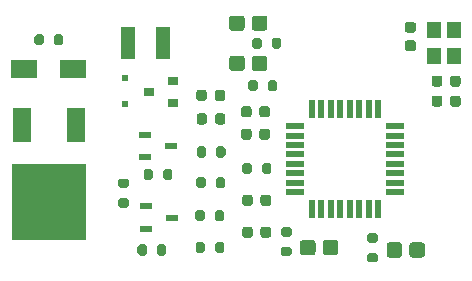
<source format=gbr>
G04 #@! TF.GenerationSoftware,KiCad,Pcbnew,(5.1.12)-1*
G04 #@! TF.CreationDate,2021-12-08T09:26:21+00:00*
G04 #@! TF.ProjectId,LightMinderSMD,4c696768-744d-4696-9e64-6572534d442e,rev?*
G04 #@! TF.SameCoordinates,Original*
G04 #@! TF.FileFunction,Paste,Top*
G04 #@! TF.FilePolarity,Positive*
%FSLAX46Y46*%
G04 Gerber Fmt 4.6, Leading zero omitted, Abs format (unit mm)*
G04 Created by KiCad (PCBNEW (5.1.12)-1) date 2021-12-08 09:26:21*
%MOMM*%
%LPD*%
G01*
G04 APERTURE LIST*
%ADD10R,1.500000X2.900000*%
%ADD11R,6.300000X6.500000*%
%ADD12R,0.900000X0.800000*%
%ADD13R,1.100000X0.600000*%
%ADD14R,1.180000X2.810000*%
%ADD15R,2.200000X1.550000*%
%ADD16R,1.200000X1.400000*%
%ADD17R,0.500000X0.500000*%
%ADD18R,0.550000X1.600000*%
%ADD19R,1.600000X0.550000*%
G04 APERTURE END LIST*
G36*
G01*
X126025000Y-92725000D02*
X126575000Y-92725000D01*
G75*
G02*
X126775000Y-92925000I0J-200000D01*
G01*
X126775000Y-93325000D01*
G75*
G02*
X126575000Y-93525000I-200000J0D01*
G01*
X126025000Y-93525000D01*
G75*
G02*
X125825000Y-93325000I0J200000D01*
G01*
X125825000Y-92925000D01*
G75*
G02*
X126025000Y-92725000I200000J0D01*
G01*
G37*
G36*
G01*
X126025000Y-91075000D02*
X126575000Y-91075000D01*
G75*
G02*
X126775000Y-91275000I0J-200000D01*
G01*
X126775000Y-91675000D01*
G75*
G02*
X126575000Y-91875000I-200000J0D01*
G01*
X126025000Y-91875000D01*
G75*
G02*
X125825000Y-91675000I0J200000D01*
G01*
X125825000Y-91275000D01*
G75*
G02*
X126025000Y-91075000I200000J0D01*
G01*
G37*
G36*
G01*
X123450000Y-91250000D02*
X123450000Y-91750000D01*
G75*
G02*
X123225000Y-91975000I-225000J0D01*
G01*
X122775000Y-91975000D01*
G75*
G02*
X122550000Y-91750000I0J225000D01*
G01*
X122550000Y-91250000D01*
G75*
G02*
X122775000Y-91025000I225000J0D01*
G01*
X123225000Y-91025000D01*
G75*
G02*
X123450000Y-91250000I0J-225000D01*
G01*
G37*
G36*
G01*
X125000000Y-91250000D02*
X125000000Y-91750000D01*
G75*
G02*
X124775000Y-91975000I-225000J0D01*
G01*
X124325000Y-91975000D01*
G75*
G02*
X124100000Y-91750000I0J225000D01*
G01*
X124100000Y-91250000D01*
G75*
G02*
X124325000Y-91025000I225000J0D01*
G01*
X124775000Y-91025000D01*
G75*
G02*
X125000000Y-91250000I0J-225000D01*
G01*
G37*
G36*
G01*
X123350000Y-82950000D02*
X123350000Y-83450000D01*
G75*
G02*
X123125000Y-83675000I-225000J0D01*
G01*
X122675000Y-83675000D01*
G75*
G02*
X122450000Y-83450000I0J225000D01*
G01*
X122450000Y-82950000D01*
G75*
G02*
X122675000Y-82725000I225000J0D01*
G01*
X123125000Y-82725000D01*
G75*
G02*
X123350000Y-82950000I0J-225000D01*
G01*
G37*
G36*
G01*
X124900000Y-82950000D02*
X124900000Y-83450000D01*
G75*
G02*
X124675000Y-83675000I-225000J0D01*
G01*
X124225000Y-83675000D01*
G75*
G02*
X124000000Y-83450000I0J225000D01*
G01*
X124000000Y-82950000D01*
G75*
G02*
X124225000Y-82725000I225000J0D01*
G01*
X124675000Y-82725000D01*
G75*
G02*
X124900000Y-82950000I0J-225000D01*
G01*
G37*
G36*
G01*
X140150000Y-78950000D02*
X140150000Y-78450000D01*
G75*
G02*
X140375000Y-78225000I225000J0D01*
G01*
X140825000Y-78225000D01*
G75*
G02*
X141050000Y-78450000I0J-225000D01*
G01*
X141050000Y-78950000D01*
G75*
G02*
X140825000Y-79175000I-225000J0D01*
G01*
X140375000Y-79175000D01*
G75*
G02*
X140150000Y-78950000I0J225000D01*
G01*
G37*
G36*
G01*
X138600000Y-78950000D02*
X138600000Y-78450000D01*
G75*
G02*
X138825000Y-78225000I225000J0D01*
G01*
X139275000Y-78225000D01*
G75*
G02*
X139500000Y-78450000I0J-225000D01*
G01*
X139500000Y-78950000D01*
G75*
G02*
X139275000Y-79175000I-225000J0D01*
G01*
X138825000Y-79175000D01*
G75*
G02*
X138600000Y-78950000I0J225000D01*
G01*
G37*
G36*
G01*
X137050000Y-74600000D02*
X136550000Y-74600000D01*
G75*
G02*
X136325000Y-74375000I0J225000D01*
G01*
X136325000Y-73925000D01*
G75*
G02*
X136550000Y-73700000I225000J0D01*
G01*
X137050000Y-73700000D01*
G75*
G02*
X137275000Y-73925000I0J-225000D01*
G01*
X137275000Y-74375000D01*
G75*
G02*
X137050000Y-74600000I-225000J0D01*
G01*
G37*
G36*
G01*
X137050000Y-76150000D02*
X136550000Y-76150000D01*
G75*
G02*
X136325000Y-75925000I0J225000D01*
G01*
X136325000Y-75475000D01*
G75*
G02*
X136550000Y-75250000I225000J0D01*
G01*
X137050000Y-75250000D01*
G75*
G02*
X137275000Y-75475000I0J-225000D01*
G01*
X137275000Y-75925000D01*
G75*
G02*
X137050000Y-76150000I-225000J0D01*
G01*
G37*
G36*
G01*
X123450000Y-88550000D02*
X123450000Y-89050000D01*
G75*
G02*
X123225000Y-89275000I-225000J0D01*
G01*
X122775000Y-89275000D01*
G75*
G02*
X122550000Y-89050000I0J225000D01*
G01*
X122550000Y-88550000D01*
G75*
G02*
X122775000Y-88325000I225000J0D01*
G01*
X123225000Y-88325000D01*
G75*
G02*
X123450000Y-88550000I0J-225000D01*
G01*
G37*
G36*
G01*
X125000000Y-88550000D02*
X125000000Y-89050000D01*
G75*
G02*
X124775000Y-89275000I-225000J0D01*
G01*
X124325000Y-89275000D01*
G75*
G02*
X124100000Y-89050000I0J225000D01*
G01*
X124100000Y-88550000D01*
G75*
G02*
X124325000Y-88325000I225000J0D01*
G01*
X124775000Y-88325000D01*
G75*
G02*
X125000000Y-88550000I0J-225000D01*
G01*
G37*
G36*
G01*
X123350000Y-81050000D02*
X123350000Y-81550000D01*
G75*
G02*
X123125000Y-81775000I-225000J0D01*
G01*
X122675000Y-81775000D01*
G75*
G02*
X122450000Y-81550000I0J225000D01*
G01*
X122450000Y-81050000D01*
G75*
G02*
X122675000Y-80825000I225000J0D01*
G01*
X123125000Y-80825000D01*
G75*
G02*
X123350000Y-81050000I0J-225000D01*
G01*
G37*
G36*
G01*
X124900000Y-81050000D02*
X124900000Y-81550000D01*
G75*
G02*
X124675000Y-81775000I-225000J0D01*
G01*
X124225000Y-81775000D01*
G75*
G02*
X124000000Y-81550000I0J225000D01*
G01*
X124000000Y-81050000D01*
G75*
G02*
X124225000Y-80825000I225000J0D01*
G01*
X124675000Y-80825000D01*
G75*
G02*
X124900000Y-81050000I0J-225000D01*
G01*
G37*
G36*
G01*
X140150000Y-80650000D02*
X140150000Y-80150000D01*
G75*
G02*
X140375000Y-79925000I225000J0D01*
G01*
X140825000Y-79925000D01*
G75*
G02*
X141050000Y-80150000I0J-225000D01*
G01*
X141050000Y-80650000D01*
G75*
G02*
X140825000Y-80875000I-225000J0D01*
G01*
X140375000Y-80875000D01*
G75*
G02*
X140150000Y-80650000I0J225000D01*
G01*
G37*
G36*
G01*
X138600000Y-80650000D02*
X138600000Y-80150000D01*
G75*
G02*
X138825000Y-79925000I225000J0D01*
G01*
X139275000Y-79925000D01*
G75*
G02*
X139500000Y-80150000I0J-225000D01*
G01*
X139500000Y-80650000D01*
G75*
G02*
X139275000Y-80875000I-225000J0D01*
G01*
X138825000Y-80875000D01*
G75*
G02*
X138600000Y-80650000I0J225000D01*
G01*
G37*
G36*
G01*
X106615000Y-75475000D02*
X106615000Y-74925000D01*
G75*
G02*
X106815000Y-74725000I200000J0D01*
G01*
X107215000Y-74725000D01*
G75*
G02*
X107415000Y-74925000I0J-200000D01*
G01*
X107415000Y-75475000D01*
G75*
G02*
X107215000Y-75675000I-200000J0D01*
G01*
X106815000Y-75675000D01*
G75*
G02*
X106615000Y-75475000I0J200000D01*
G01*
G37*
G36*
G01*
X104965000Y-75475000D02*
X104965000Y-74925000D01*
G75*
G02*
X105165000Y-74725000I200000J0D01*
G01*
X105565000Y-74725000D01*
G75*
G02*
X105765000Y-74925000I0J-200000D01*
G01*
X105765000Y-75475000D01*
G75*
G02*
X105565000Y-75675000I-200000J0D01*
G01*
X105165000Y-75675000D01*
G75*
G02*
X104965000Y-75475000I0J200000D01*
G01*
G37*
G36*
G01*
X115000000Y-86325000D02*
X115000000Y-86875000D01*
G75*
G02*
X114800000Y-87075000I-200000J0D01*
G01*
X114400000Y-87075000D01*
G75*
G02*
X114200000Y-86875000I0J200000D01*
G01*
X114200000Y-86325000D01*
G75*
G02*
X114400000Y-86125000I200000J0D01*
G01*
X114800000Y-86125000D01*
G75*
G02*
X115000000Y-86325000I0J-200000D01*
G01*
G37*
G36*
G01*
X116650000Y-86325000D02*
X116650000Y-86875000D01*
G75*
G02*
X116450000Y-87075000I-200000J0D01*
G01*
X116050000Y-87075000D01*
G75*
G02*
X115850000Y-86875000I0J200000D01*
G01*
X115850000Y-86325000D01*
G75*
G02*
X116050000Y-86125000I200000J0D01*
G01*
X116450000Y-86125000D01*
G75*
G02*
X116650000Y-86325000I0J-200000D01*
G01*
G37*
G36*
G01*
X115325000Y-93275000D02*
X115325000Y-92725000D01*
G75*
G02*
X115525000Y-92525000I200000J0D01*
G01*
X115925000Y-92525000D01*
G75*
G02*
X116125000Y-92725000I0J-200000D01*
G01*
X116125000Y-93275000D01*
G75*
G02*
X115925000Y-93475000I-200000J0D01*
G01*
X115525000Y-93475000D01*
G75*
G02*
X115325000Y-93275000I0J200000D01*
G01*
G37*
G36*
G01*
X113675000Y-93275000D02*
X113675000Y-92725000D01*
G75*
G02*
X113875000Y-92525000I200000J0D01*
G01*
X114275000Y-92525000D01*
G75*
G02*
X114475000Y-92725000I0J-200000D01*
G01*
X114475000Y-93275000D01*
G75*
G02*
X114275000Y-93475000I-200000J0D01*
G01*
X113875000Y-93475000D01*
G75*
G02*
X113675000Y-93275000I0J200000D01*
G01*
G37*
G36*
G01*
X112225000Y-88600000D02*
X112775000Y-88600000D01*
G75*
G02*
X112975000Y-88800000I0J-200000D01*
G01*
X112975000Y-89200000D01*
G75*
G02*
X112775000Y-89400000I-200000J0D01*
G01*
X112225000Y-89400000D01*
G75*
G02*
X112025000Y-89200000I0J200000D01*
G01*
X112025000Y-88800000D01*
G75*
G02*
X112225000Y-88600000I200000J0D01*
G01*
G37*
G36*
G01*
X112225000Y-86950000D02*
X112775000Y-86950000D01*
G75*
G02*
X112975000Y-87150000I0J-200000D01*
G01*
X112975000Y-87550000D01*
G75*
G02*
X112775000Y-87750000I-200000J0D01*
G01*
X112225000Y-87750000D01*
G75*
G02*
X112025000Y-87550000I0J200000D01*
G01*
X112025000Y-87150000D01*
G75*
G02*
X112225000Y-86950000I200000J0D01*
G01*
G37*
G36*
G01*
X133325000Y-93250000D02*
X133875000Y-93250000D01*
G75*
G02*
X134075000Y-93450000I0J-200000D01*
G01*
X134075000Y-93850000D01*
G75*
G02*
X133875000Y-94050000I-200000J0D01*
G01*
X133325000Y-94050000D01*
G75*
G02*
X133125000Y-93850000I0J200000D01*
G01*
X133125000Y-93450000D01*
G75*
G02*
X133325000Y-93250000I200000J0D01*
G01*
G37*
G36*
G01*
X133325000Y-91600000D02*
X133875000Y-91600000D01*
G75*
G02*
X134075000Y-91800000I0J-200000D01*
G01*
X134075000Y-92200000D01*
G75*
G02*
X133875000Y-92400000I-200000J0D01*
G01*
X133325000Y-92400000D01*
G75*
G02*
X133125000Y-92200000I0J200000D01*
G01*
X133125000Y-91800000D01*
G75*
G02*
X133325000Y-91600000I200000J0D01*
G01*
G37*
G36*
G01*
X124725000Y-79375000D02*
X124725000Y-78825000D01*
G75*
G02*
X124925000Y-78625000I200000J0D01*
G01*
X125325000Y-78625000D01*
G75*
G02*
X125525000Y-78825000I0J-200000D01*
G01*
X125525000Y-79375000D01*
G75*
G02*
X125325000Y-79575000I-200000J0D01*
G01*
X124925000Y-79575000D01*
G75*
G02*
X124725000Y-79375000I0J200000D01*
G01*
G37*
G36*
G01*
X123075000Y-79375000D02*
X123075000Y-78825000D01*
G75*
G02*
X123275000Y-78625000I200000J0D01*
G01*
X123675000Y-78625000D01*
G75*
G02*
X123875000Y-78825000I0J-200000D01*
G01*
X123875000Y-79375000D01*
G75*
G02*
X123675000Y-79575000I-200000J0D01*
G01*
X123275000Y-79575000D01*
G75*
G02*
X123075000Y-79375000I0J200000D01*
G01*
G37*
G36*
G01*
X124200000Y-75225000D02*
X124200000Y-75775000D01*
G75*
G02*
X124000000Y-75975000I-200000J0D01*
G01*
X123600000Y-75975000D01*
G75*
G02*
X123400000Y-75775000I0J200000D01*
G01*
X123400000Y-75225000D01*
G75*
G02*
X123600000Y-75025000I200000J0D01*
G01*
X124000000Y-75025000D01*
G75*
G02*
X124200000Y-75225000I0J-200000D01*
G01*
G37*
G36*
G01*
X125850000Y-75225000D02*
X125850000Y-75775000D01*
G75*
G02*
X125650000Y-75975000I-200000J0D01*
G01*
X125250000Y-75975000D01*
G75*
G02*
X125050000Y-75775000I0J200000D01*
G01*
X125050000Y-75225000D01*
G75*
G02*
X125250000Y-75025000I200000J0D01*
G01*
X125650000Y-75025000D01*
G75*
G02*
X125850000Y-75225000I0J-200000D01*
G01*
G37*
G36*
G01*
X120350000Y-84975000D02*
X120350000Y-84425000D01*
G75*
G02*
X120550000Y-84225000I200000J0D01*
G01*
X120950000Y-84225000D01*
G75*
G02*
X121150000Y-84425000I0J-200000D01*
G01*
X121150000Y-84975000D01*
G75*
G02*
X120950000Y-85175000I-200000J0D01*
G01*
X120550000Y-85175000D01*
G75*
G02*
X120350000Y-84975000I0J200000D01*
G01*
G37*
G36*
G01*
X118700000Y-84975000D02*
X118700000Y-84425000D01*
G75*
G02*
X118900000Y-84225000I200000J0D01*
G01*
X119300000Y-84225000D01*
G75*
G02*
X119500000Y-84425000I0J-200000D01*
G01*
X119500000Y-84975000D01*
G75*
G02*
X119300000Y-85175000I-200000J0D01*
G01*
X118900000Y-85175000D01*
G75*
G02*
X118700000Y-84975000I0J200000D01*
G01*
G37*
G36*
G01*
X119400000Y-92525000D02*
X119400000Y-93075000D01*
G75*
G02*
X119200000Y-93275000I-200000J0D01*
G01*
X118800000Y-93275000D01*
G75*
G02*
X118600000Y-93075000I0J200000D01*
G01*
X118600000Y-92525000D01*
G75*
G02*
X118800000Y-92325000I200000J0D01*
G01*
X119200000Y-92325000D01*
G75*
G02*
X119400000Y-92525000I0J-200000D01*
G01*
G37*
G36*
G01*
X121050000Y-92525000D02*
X121050000Y-93075000D01*
G75*
G02*
X120850000Y-93275000I-200000J0D01*
G01*
X120450000Y-93275000D01*
G75*
G02*
X120250000Y-93075000I0J200000D01*
G01*
X120250000Y-92525000D01*
G75*
G02*
X120450000Y-92325000I200000J0D01*
G01*
X120850000Y-92325000D01*
G75*
G02*
X121050000Y-92525000I0J-200000D01*
G01*
G37*
G36*
G01*
X119375000Y-89825000D02*
X119375000Y-90375000D01*
G75*
G02*
X119175000Y-90575000I-200000J0D01*
G01*
X118775000Y-90575000D01*
G75*
G02*
X118575000Y-90375000I0J200000D01*
G01*
X118575000Y-89825000D01*
G75*
G02*
X118775000Y-89625000I200000J0D01*
G01*
X119175000Y-89625000D01*
G75*
G02*
X119375000Y-89825000I0J-200000D01*
G01*
G37*
G36*
G01*
X121025000Y-89825000D02*
X121025000Y-90375000D01*
G75*
G02*
X120825000Y-90575000I-200000J0D01*
G01*
X120425000Y-90575000D01*
G75*
G02*
X120225000Y-90375000I0J200000D01*
G01*
X120225000Y-89825000D01*
G75*
G02*
X120425000Y-89625000I200000J0D01*
G01*
X120825000Y-89625000D01*
G75*
G02*
X121025000Y-89825000I0J-200000D01*
G01*
G37*
G36*
G01*
X119475000Y-87025000D02*
X119475000Y-87575000D01*
G75*
G02*
X119275000Y-87775000I-200000J0D01*
G01*
X118875000Y-87775000D01*
G75*
G02*
X118675000Y-87575000I0J200000D01*
G01*
X118675000Y-87025000D01*
G75*
G02*
X118875000Y-86825000I200000J0D01*
G01*
X119275000Y-86825000D01*
G75*
G02*
X119475000Y-87025000I0J-200000D01*
G01*
G37*
G36*
G01*
X121125000Y-87025000D02*
X121125000Y-87575000D01*
G75*
G02*
X120925000Y-87775000I-200000J0D01*
G01*
X120525000Y-87775000D01*
G75*
G02*
X120325000Y-87575000I0J200000D01*
G01*
X120325000Y-87025000D01*
G75*
G02*
X120525000Y-86825000I200000J0D01*
G01*
X120925000Y-86825000D01*
G75*
G02*
X121125000Y-87025000I0J-200000D01*
G01*
G37*
G36*
G01*
X124225000Y-86375000D02*
X124225000Y-85825000D01*
G75*
G02*
X124425000Y-85625000I200000J0D01*
G01*
X124825000Y-85625000D01*
G75*
G02*
X125025000Y-85825000I0J-200000D01*
G01*
X125025000Y-86375000D01*
G75*
G02*
X124825000Y-86575000I-200000J0D01*
G01*
X124425000Y-86575000D01*
G75*
G02*
X124225000Y-86375000I0J200000D01*
G01*
G37*
G36*
G01*
X122575000Y-86375000D02*
X122575000Y-85825000D01*
G75*
G02*
X122775000Y-85625000I200000J0D01*
G01*
X123175000Y-85625000D01*
G75*
G02*
X123375000Y-85825000I0J-200000D01*
G01*
X123375000Y-86375000D01*
G75*
G02*
X123175000Y-86575000I-200000J0D01*
G01*
X122775000Y-86575000D01*
G75*
G02*
X122575000Y-86375000I0J200000D01*
G01*
G37*
D10*
X103914000Y-82450000D03*
D11*
X106200000Y-88950000D03*
D10*
X108486000Y-82450000D03*
D12*
X114700000Y-79600000D03*
X116700000Y-78650000D03*
X116700000Y-80550000D03*
D13*
X116500000Y-84200000D03*
X114300000Y-85150000D03*
X114300000Y-83250000D03*
X116600000Y-90250000D03*
X114400000Y-91200000D03*
X114400000Y-89300000D03*
D14*
X115870000Y-75500000D03*
X112900000Y-75500000D03*
G36*
G01*
X136100000Y-92599999D02*
X136100000Y-93400001D01*
G75*
G02*
X135850001Y-93650000I-249999J0D01*
G01*
X135024999Y-93650000D01*
G75*
G02*
X134775000Y-93400001I0J249999D01*
G01*
X134775000Y-92599999D01*
G75*
G02*
X135024999Y-92350000I249999J0D01*
G01*
X135850001Y-92350000D01*
G75*
G02*
X136100000Y-92599999I0J-249999D01*
G01*
G37*
G36*
G01*
X138025000Y-92599999D02*
X138025000Y-93400001D01*
G75*
G02*
X137775001Y-93650000I-249999J0D01*
G01*
X136949999Y-93650000D01*
G75*
G02*
X136700000Y-93400001I0J249999D01*
G01*
X136700000Y-92599999D01*
G75*
G02*
X136949999Y-92350000I249999J0D01*
G01*
X137775001Y-92350000D01*
G75*
G02*
X138025000Y-92599999I0J-249999D01*
G01*
G37*
G36*
G01*
X128762500Y-92399999D02*
X128762500Y-93200001D01*
G75*
G02*
X128512501Y-93450000I-249999J0D01*
G01*
X127687499Y-93450000D01*
G75*
G02*
X127437500Y-93200001I0J249999D01*
G01*
X127437500Y-92399999D01*
G75*
G02*
X127687499Y-92150000I249999J0D01*
G01*
X128512501Y-92150000D01*
G75*
G02*
X128762500Y-92399999I0J-249999D01*
G01*
G37*
G36*
G01*
X130687500Y-92399999D02*
X130687500Y-93200001D01*
G75*
G02*
X130437501Y-93450000I-249999J0D01*
G01*
X129612499Y-93450000D01*
G75*
G02*
X129362500Y-93200001I0J249999D01*
G01*
X129362500Y-92399999D01*
G75*
G02*
X129612499Y-92150000I249999J0D01*
G01*
X130437501Y-92150000D01*
G75*
G02*
X130687500Y-92399999I0J-249999D01*
G01*
G37*
G36*
G01*
X123362500Y-77600001D02*
X123362500Y-76799999D01*
G75*
G02*
X123612499Y-76550000I249999J0D01*
G01*
X124437501Y-76550000D01*
G75*
G02*
X124687500Y-76799999I0J-249999D01*
G01*
X124687500Y-77600001D01*
G75*
G02*
X124437501Y-77850000I-249999J0D01*
G01*
X123612499Y-77850000D01*
G75*
G02*
X123362500Y-77600001I0J249999D01*
G01*
G37*
G36*
G01*
X121437500Y-77600001D02*
X121437500Y-76799999D01*
G75*
G02*
X121687499Y-76550000I249999J0D01*
G01*
X122512501Y-76550000D01*
G75*
G02*
X122762500Y-76799999I0J-249999D01*
G01*
X122762500Y-77600001D01*
G75*
G02*
X122512501Y-77850000I-249999J0D01*
G01*
X121687499Y-77850000D01*
G75*
G02*
X121437500Y-77600001I0J249999D01*
G01*
G37*
D15*
X108200000Y-77700000D03*
X104100000Y-77700000D03*
G36*
G01*
X123362500Y-74200001D02*
X123362500Y-73399999D01*
G75*
G02*
X123612499Y-73150000I249999J0D01*
G01*
X124437501Y-73150000D01*
G75*
G02*
X124687500Y-73399999I0J-249999D01*
G01*
X124687500Y-74200001D01*
G75*
G02*
X124437501Y-74450000I-249999J0D01*
G01*
X123612499Y-74450000D01*
G75*
G02*
X123362500Y-74200001I0J249999D01*
G01*
G37*
G36*
G01*
X121437500Y-74200001D02*
X121437500Y-73399999D01*
G75*
G02*
X121687499Y-73150000I249999J0D01*
G01*
X122512501Y-73150000D01*
G75*
G02*
X122762500Y-73399999I0J-249999D01*
G01*
X122762500Y-74200001D01*
G75*
G02*
X122512501Y-74450000I-249999J0D01*
G01*
X121687499Y-74450000D01*
G75*
G02*
X121437500Y-74200001I0J249999D01*
G01*
G37*
G36*
G01*
X120262500Y-82156250D02*
X120262500Y-81643750D01*
G75*
G02*
X120481250Y-81425000I218750J0D01*
G01*
X120918750Y-81425000D01*
G75*
G02*
X121137500Y-81643750I0J-218750D01*
G01*
X121137500Y-82156250D01*
G75*
G02*
X120918750Y-82375000I-218750J0D01*
G01*
X120481250Y-82375000D01*
G75*
G02*
X120262500Y-82156250I0J218750D01*
G01*
G37*
G36*
G01*
X118687500Y-82156250D02*
X118687500Y-81643750D01*
G75*
G02*
X118906250Y-81425000I218750J0D01*
G01*
X119343750Y-81425000D01*
G75*
G02*
X119562500Y-81643750I0J-218750D01*
G01*
X119562500Y-82156250D01*
G75*
G02*
X119343750Y-82375000I-218750J0D01*
G01*
X118906250Y-82375000D01*
G75*
G02*
X118687500Y-82156250I0J218750D01*
G01*
G37*
G36*
G01*
X120237500Y-80156250D02*
X120237500Y-79643750D01*
G75*
G02*
X120456250Y-79425000I218750J0D01*
G01*
X120893750Y-79425000D01*
G75*
G02*
X121112500Y-79643750I0J-218750D01*
G01*
X121112500Y-80156250D01*
G75*
G02*
X120893750Y-80375000I-218750J0D01*
G01*
X120456250Y-80375000D01*
G75*
G02*
X120237500Y-80156250I0J218750D01*
G01*
G37*
G36*
G01*
X118662500Y-80156250D02*
X118662500Y-79643750D01*
G75*
G02*
X118881250Y-79425000I218750J0D01*
G01*
X119318750Y-79425000D01*
G75*
G02*
X119537500Y-79643750I0J-218750D01*
G01*
X119537500Y-80156250D01*
G75*
G02*
X119318750Y-80375000I-218750J0D01*
G01*
X118881250Y-80375000D01*
G75*
G02*
X118662500Y-80156250I0J218750D01*
G01*
G37*
D16*
X140500000Y-74400000D03*
X140500000Y-76600000D03*
X138800000Y-76600000D03*
X138800000Y-74400000D03*
D17*
X112600000Y-80600000D03*
X112600000Y-78400000D03*
D18*
X134066000Y-89554000D03*
X133266000Y-89554000D03*
X132466000Y-89554000D03*
X131666000Y-89554000D03*
X130866000Y-89554000D03*
X130066000Y-89554000D03*
X129266000Y-89554000D03*
X128466000Y-89554000D03*
D19*
X127016000Y-88104000D03*
X127016000Y-87304000D03*
X127016000Y-86504000D03*
X127016000Y-85704000D03*
X127016000Y-84904000D03*
X127016000Y-84104000D03*
X127016000Y-83304000D03*
X127016000Y-82504000D03*
D18*
X128466000Y-81054000D03*
X129266000Y-81054000D03*
X130066000Y-81054000D03*
X130866000Y-81054000D03*
X131666000Y-81054000D03*
X132466000Y-81054000D03*
X133266000Y-81054000D03*
X134066000Y-81054000D03*
D19*
X135516000Y-82504000D03*
X135516000Y-83304000D03*
X135516000Y-84104000D03*
X135516000Y-84904000D03*
X135516000Y-85704000D03*
X135516000Y-86504000D03*
X135516000Y-87304000D03*
X135516000Y-88104000D03*
M02*

</source>
